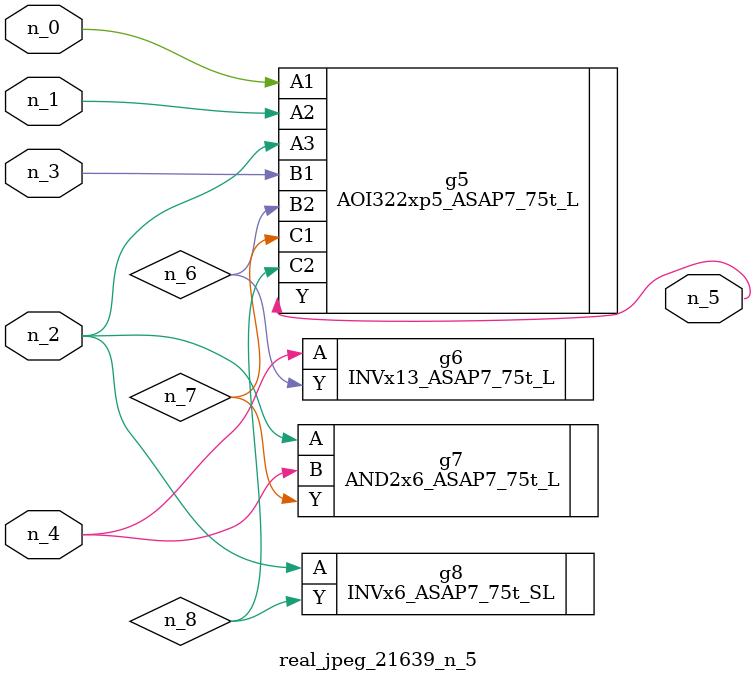
<source format=v>
module real_jpeg_21639_n_5 (n_4, n_0, n_1, n_2, n_3, n_5);

input n_4;
input n_0;
input n_1;
input n_2;
input n_3;

output n_5;

wire n_8;
wire n_6;
wire n_7;

AOI322xp5_ASAP7_75t_L g5 ( 
.A1(n_0),
.A2(n_1),
.A3(n_2),
.B1(n_3),
.B2(n_6),
.C1(n_7),
.C2(n_8),
.Y(n_5)
);

AND2x6_ASAP7_75t_L g7 ( 
.A(n_2),
.B(n_4),
.Y(n_7)
);

INVx6_ASAP7_75t_SL g8 ( 
.A(n_2),
.Y(n_8)
);

INVx13_ASAP7_75t_L g6 ( 
.A(n_4),
.Y(n_6)
);


endmodule
</source>
